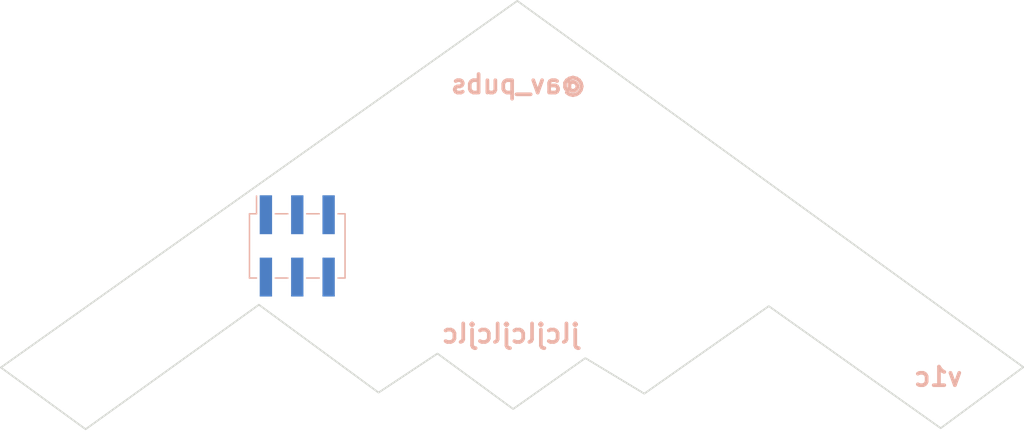
<source format=kicad_pcb>
(kicad_pcb (version 20220427) (generator pcbnew)
  (layers (0 "F.Cu" signal) (31 "B.Cu" signal) (34 "B.Paste" user) (35 "F.Paste" user) (36 "B.SilkS" user "B.Silkscreen") (37 "F.SilkS" user "F.Silkscreen") (38 "B.Mask" user) (39 "F.Mask" user) (44 "Edge.Cuts" user))
  (net 0 "")
  (footprint "Connector_PinHeader_2.54mm:PinHeader_2x03_P2.54mm_Vertical_SMD" (layer "B.Cu") (at 132.6 95.2 -90)
    (fp_text reference "REF**" hide)
    (fp_text value "PinHeader_2x03_P2.54mm_Vertical_SMD")
    (fp_line (start -4.04 3.3) (end -2.6 3.3) (stroke (width 0.12)) (layer "B.SilkS"))
    (fp_line (start -2.6 -3.87) (end 2.6 -3.87) (stroke (width 0.12)) (layer "B.SilkS"))
    (fp_line (start -2.6 -3.3) (end -2.6 -3.87) (stroke (width 0.12)) (layer "B.SilkS"))
    (fp_line (start -2.6 -0.76) (end -2.6 -1.78) (stroke (width 0.12)) (layer "B.SilkS"))
    (fp_line (start -2.6 1.78) (end -2.6 0.76) (stroke (width 0.12)) (layer "B.SilkS"))
    (fp_line (start -2.6 3.87) (end -2.6 3.3) (stroke (width 0.12)) (layer "B.SilkS"))
    (fp_line (start -2.6 3.87) (end 2.6 3.87) (stroke (width 0.12)) (layer "B.SilkS"))
    (fp_line (start 2.6 -3.3) (end 2.6 -3.87) (stroke (width 0.12)) (layer "B.SilkS"))
    (fp_line (start 2.6 -0.76) (end 2.6 -1.78) (stroke (width 0.12)) (layer "B.SilkS"))
    (fp_line (start 2.6 1.78) (end 2.6 0.76) (stroke (width 0.12)) (layer "B.SilkS"))
    (fp_line (start 2.6 3.87) (end 2.6 3.3) (stroke (width 0.12)) (layer "B.SilkS"))
    (pad "1" smd rect (at -2.525 2.54 270) (size 3.15 1) (layers "B.Cu" "B.Paste" "B.Mask"))
    (pad "2" smd rect (at 2.525 2.54 270) (size 3.15 1) (layers "B.Cu" "B.Paste" "B.Mask"))
    (pad "3" smd rect (at -2.525 0 270) (size 3.15 1) (layers "B.Cu" "B.Paste" "B.Mask"))
    (pad "4" smd rect (at 2.525 0 270) (size 3.15 1) (layers "B.Cu" "B.Paste" "B.Mask"))
    (pad "5" smd rect (at -2.525 -2.54 270) (size 3.15 1) (layers "B.Cu" "B.Paste" "B.Mask"))
    (pad "6" smd rect (at 2.525 -2.54 270) (size 3.15 1) (layers "B.Cu" "B.Paste" "B.Mask"))
  )
  (gr_poly (pts (xy 191.404058 105.018592) (xy 184.710489 109.961092) (xy 170.786753 100.076081) (xy 160.704044 107.165044) (xy 155.931 104.284273) (xy 150.084722 108.407732) (xy 143.956021 103.917119) (xy 139.182977 107.080311) (xy 129.495674 99.963106) (xy 115.458963 110.045815) (xy 108.595943 105.046822) (xy 150.421846 75.354185)) (stroke (width 0.14)) (fill none) (layer "Edge.Cuts"))
  (gr_text "jlcjlcjlcjlc" (at 149.9 102.3) (layer "B.SilkS") (effects (font (size 1.5 1.5) (thickness 0.3) bold) (justify mirror)))
  (gr_text "@av_pubs" (at 150.5 82.1) (layer "B.SilkS") (effects (font (size 1.5 1.5) (thickness 0.3) bold) (justify mirror)))
  (gr_text "v1c" (at 184.5 105.8) (layer "B.SilkS") (effects (font (size 1.5 1.5) (thickness 0.3) bold) (justify mirror)))
)
</source>
